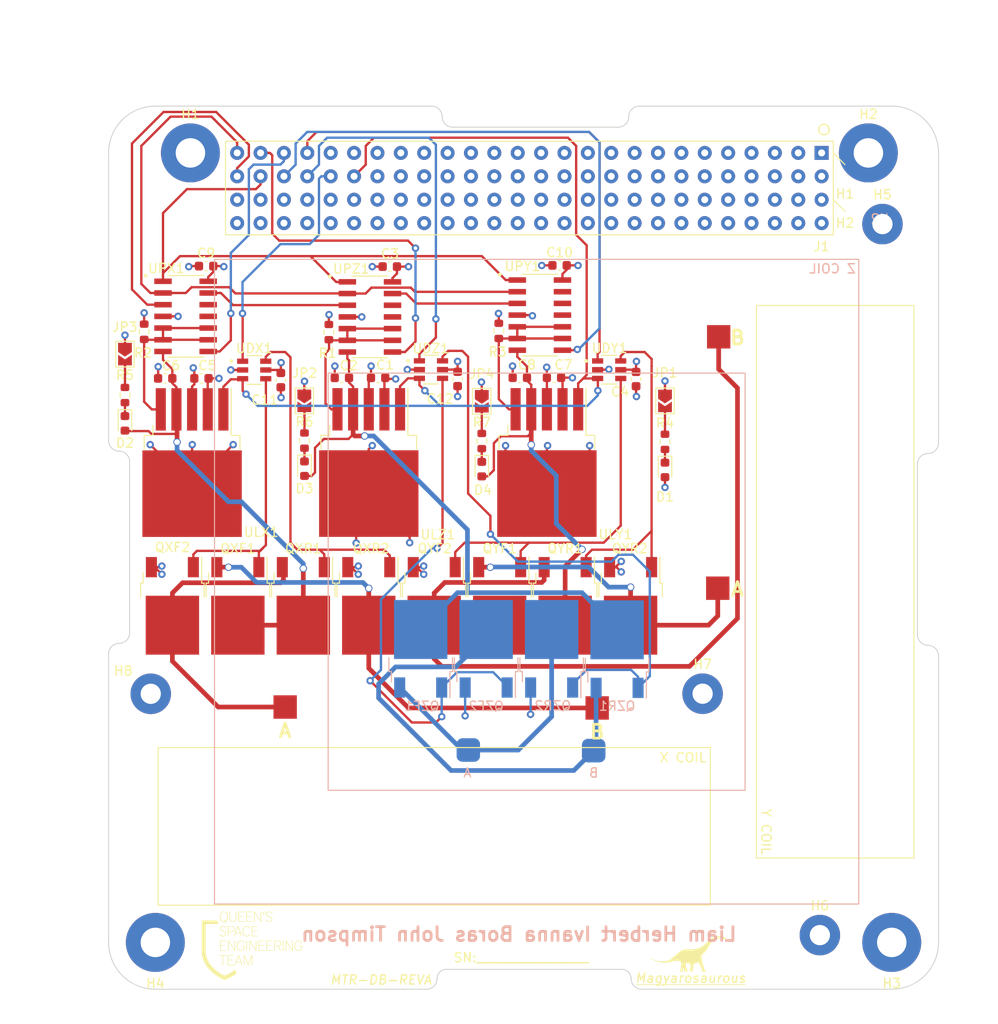
<source format=kicad_pcb>
(kicad_pcb (version 20211014) (generator pcbnew)
  (layers (0 "F.Cu" signal) (1 "In1.Cu" signal "GND.Cu") (2 "In2.Cu" signal "5V.Cu") (31 "B.Cu" signal) (34 "B.Paste" user) (35 "F.Paste" user) (36 "B.SilkS" user "B.Silkscreen") (37 "F.SilkS" user "F.Silkscreen") (38 "B.Mask" user) (39 "F.Mask" user) (44 "Edge.Cuts" user))
  (net 0 "")
  (net 85 "5V")
  (net 86 "GND")
  (net 87 "X_VCOIL")
  (net 88 "Y_VCOIL")
  (net 89 "Z_VCOIL")
  (net 90 "X_COIL_A")
  (net 91 "X_FWD")
  (net 92 "X_COIL_B")
  (net 93 "X_REV")
  (net 94 "Y_COIL_A")
  (net 95 "Y_FWD")
  (net 96 "Y_COIL_B")
  (net 97 "Y_REV")
  (net 98 "Z_COIL_A")
  (net 99 "Z_FWD")
  (net 100 "Z_COIL_B")
  (net 101 "Z_REV")
  (net 102 "X_VADJ")
  (net 103 "Y_VADJ")
  (net 104 "Z_VADJ")
  (net 105 "X_S")
  (net 106 "Enable")
  (net 107 "Y_S")
  (net 108 "Z_S")
  (net 109 "SS")
  (net 110 "SCK")
  (net 111 "SPI")
  (net 112 "X_VCON")
  (net 115 "X_SO")
  (net 116 "Y_VCON")
  (net 117 "Z_VCON")
  (net 126 "Z_SO")
  (net 130 "Net-(D1-Pad1)")
  (net 131 "Net-(D2-Pad1)")
  (net 132 "Net-(D3-Pad1)")
  (net 133 "Net-(D4-Pad1)")
  (net 134 "Net-(R4-Pad2)")
  (net 135 "Net-(R6-Pad2)")
  (net 136 "Net-(R5-Pad2)")
  (net 137 "Net-(R7-Pad2)")
  (footprint "LED_SMD:LED_0603_1608Metric" (layer "F.Cu") (at 169.672 86.487 -90)
    (fp_text reference "D1")
    (fp_text value "ORANGE")
  )
  (footprint "LED_SMD:LED_0603_1608Metric" (layer "F.Cu") (at 110.998 81.4325 -90)
    (fp_text reference "D2")
    (fp_text value "ORANGE")
  )
  (footprint "SN74LVC1G18DBVR:SOT95P280X145-6N" (layer "F.Cu") (at 125.041 75.638)
    (fp_text reference "UDX1")
    (fp_text value "SN74LVC1G18DBVR")
  )
  (footprint "Capacitor_SMD:C_0603_1608Metric" (layer "F.Cu") (at 119.307 76.55 180)
    (fp_text reference "C5")
    (fp_text value "0.1u")
  )
  (footprint "Capacitor_SMD:C_0603_1608Metric" (layer "F.Cu") (at 166.53 76.625 -90)
    (fp_text reference "C4")
    (fp_text value "0.1u")
  )
  (footprint "Package_TO_SOT_SMD:TO-252-2" (layer "F.Cu") (at 165.935 101.25 -90)
    (fp_text reference "QYR2")
    (fp_text value "IRLR120N")
  )
  (footprint "MountingHole:MountingHole_3.2mm_M3_Pad_TopBottom" (layer "F.Cu") (at 191.77 52.07)
    (fp_text reference "H2")
    (fp_text value "MountingHole_Pad")
  )
  (footprint "Package_TO_SOT_SMD:TO-252-2" (layer "F.Cu") (at 116.151 101.25 -90)
    (fp_text reference "QXF2")
    (fp_text value "IRLR120N")
  )
  (footprint "" (layer "F.Cu") (at 148.305 116.907)
    (fp_text reference "")
    (fp_text value "")
  )
  (footprint "Package_TO_SOT_SMD:TO-263-5_TabPin3" (layer "F.Cu") (at 118.291 85.694 -90)
    (fp_text reference "ULX1")
    (fp_text value "MIC29302WU")
  )
  (footprint "Jumper:SolderJumper-2_P1.3mm_Open_TrianglePad1.0x1.5mm" (layer "F.Cu") (at 149.766 79.037 -90)
    (fp_text reference "JP4")
    (fp_text value "SolderJumper_2_Open")
  )
  (footprint "MountingHole:MountingHole_2.2mm_M2_Pad_TopBottom" (layer "F.Cu") (at 113.8 110.8)
    (fp_text reference "H8")
    (fp_text value "MountingHole_Pad")
  )
  (footprint "Package_TO_SOT_SMD:TO-252-2" (layer "F.Cu") (at 151.711 101.25 -90)
    (fp_text reference "QYF1")
    (fp_text value "IRLR120N")
  )
  (footprint "MountingHole:MountingHole_2.2mm_M2_Pad_TopBottom" (layer "F.Cu") (at 173.76 110.79)
    (fp_text reference "H7")
    (fp_text value "MountingHole_Pad")
  )
  (footprint "Resistor_SMD:R_0603_1608Metric" (layer "F.Cu") (at 133.15 71.525 -90)
    (fp_text reference "R1")
    (fp_text value "100k")
  )
  (footprint "MountingHole:MountingHole_3.2mm_M3_Pad_TopBottom" (layer "F.Cu") (at 118.11 52.07)
    (fp_text reference "H1")
    (fp_text value "MountingHole_Pad")
  )
  (footprint "SN74LVC1G18DBVR:SOT95P280X145-6N" (layer "F.Cu") (at 144.2465 75.596)
    (fp_text reference "UDZ1")
    (fp_text value "SN74LVC1G18DBVR")
  )
  (footprint "Package_TO_SOT_SMD:TO-252-2" (layer "F.Cu") (at 123.263 101.25 -90)
    (fp_text reference "QXF1")
    (fp_text value "IRLR120N")
  )
  (footprint "Capacitor_SMD:C_0603_1608Metric" (layer "F.Cu") (at 127.9335 76.739 -90)
    (fp_text reference "C11")
    (fp_text value "0.1u")
  )
  (footprint "Package_TO_SOT_SMD:TO-252-2" (layer "F.Cu") (at 158.823 101.25 -90)
    (fp_text reference "QYR1")
    (fp_text value "IRLR120N")
  )
  (footprint "Package_TO_SOT_SMD:TO-252-2" (layer "F.Cu") (at 130.375 101.25 -90)
    (fp_text reference "QXR1")
    (fp_text value "IRLR120N")
  )
  (footprint "MountingHole:MountingHole_2.2mm_M2_Pad_TopBottom" (layer "F.Cu") (at 193.3 59.8)
    (fp_text reference "H5")
    (fp_text value "MountingHole_Pad")
  )
  (footprint "MountingHole:MountingHole_3.2mm_M3_Pad_TopBottom" (layer "F.Cu") (at 114.3 137.795)
    (fp_text reference "H4")
    (fp_text value "MountingHole_Pad")
  )
  (footprint "Package_TO_SOT_SMD:TO-263-5_TabPin3" (layer "F.Cu") (at 156.84 85.683 -90)
    (fp_text reference "ULY1")
    (fp_text value "MIC29302WU")
  )
  (footprint "Capacitor_SMD:C_0603_1608Metric" (layer "F.Cu") (at 153.9 76.473 180)
    (fp_text reference "C8")
    (fp_text value "10u")
  )
  (footprint "MCP42010-E_SL:SOIC127P600X175-14N" (layer "F.Cu") (at 137.614 69.879)
    (fp_text reference "UPZ1")
    (fp_text value "MCP42010")
  )
  (footprint "Capacitor_SMD:C_0603_1608Metric" (layer "F.Cu") (at 119.815 64.358 180)
    (fp_text reference "C9")
    (fp_text value "0.1u")
  )
  (footprint "CoilFootprints:Front Coils Mount" (layer "F.Cu") (at 196.605 63.635 180)
    (fp_text reference "U1")
    (fp_text value "X/Y_Coils")
  )
  (footprint "Package_TO_SOT_SMD:TO-252-2" (layer "F.Cu") (at 137.487 101.25 -90)
    (fp_text reference "QXR2")
    (fp_text value "IRLR120N")
  )
  (footprint "MCP42010-E_SL:SOIC127P600X175-14N" (layer "F.Cu") (at 156.078 69.681)
    (fp_text reference "UPY1")
    (fp_text value "MCP42010")
  )
  (footprint "Capacitor_SMD:C_0603_1608Metric" (layer "F.Cu") (at 115.37 76.55 180)
    (fp_text reference "C6")
    (fp_text value "10u")
  )
  (footprint "Jumper:SolderJumper-2_P1.3mm_Open_TrianglePad1.0x1.5mm" (layer "F.Cu") (at 110.998 73.914 -90)
    (fp_text reference "JP3")
    (fp_text value "SolderJumper_2_Open")
  )
  (footprint "Capacitor_SMD:C_0603_1608Metric" (layer "F.Cu") (at 139.773 64.413 180)
    (fp_text reference "C3")
    (fp_text value "0.1u")
  )
  (footprint "pc104-connector:pc104-connector" (layer "F.Cu") (at 156.21 54.61 -90)
    (fp_text reference "J1")
    (fp_text value "PC104_Connector")
  )
  (footprint "Resistor_SMD:R_0603_1608Metric" (layer "F.Cu") (at 151.614 71.393 -90)
    (fp_text reference "R3")
    (fp_text value "100k")
  )
  (footprint "LED_SMD:LED_0603_1608Metric" (layer "F.Cu") (at 130.502 86.354 -90)
    (fp_text reference "D3")
    (fp_text value "ORANGE")
  )
  (footprint "Capacitor_SMD:C_0603_1608Metric" (layer "F.Cu") (at 158.218 64.281 180)
    (fp_text reference "C10")
    (fp_text value "0.1u")
  )
  (footprint "Capacitor_SMD:C_0603_1608Metric" (layer "F.Cu") (at 157.612 76.473 180)
    (fp_text reference "C7")
    (fp_text value "0.1u")
  )
  (footprint "Jumper:SolderJumper-2_P1.3mm_Open_TrianglePad1.0x1.5mm" (layer "F.Cu") (at 169.672 78.994 -90)
    (fp_text reference "JP1")
    (fp_text value "SolderJumper_2_Open")
  )
  (footprint "Jumper:SolderJumper-2_P1.3mm_Open_TrianglePad1.0x1.5mm" (layer "F.Cu") (at 130.483 78.988 -90)
    (fp_text reference "JP2")
    (fp_text value "SolderJumper_2_Open")
  )
  (footprint "LED_SMD:LED_0603_1608Metric" (layer "F.Cu") (at 149.766 86.403 -90)
    (fp_text reference "D4")
    (fp_text value "ORANGE")
  )
  (footprint "MountingHole:MountingHole_3.2mm_M3_Pad_TopBottom" (layer "F.Cu") (at 194.31 137.795)
    (fp_text reference "H3")
    (fp_text value "MountingHole_Pad")
  )
  (footprint "Resistor_SMD:R_0603_1608Metric" (layer "F.Cu") (at 149.766 83.355 90)
    (fp_text reference "R7")
    (fp_text value "2k2")
  )
  (footprint "Capacitor_SMD:C_0603_1608Metric" (layer "F.Cu") (at 138.503 76.485 180)
    (fp_text reference "C1")
    (fp_text value "0.1u")
  )
  (footprint "Package_TO_SOT_SMD:TO-252-2" (layer "F.Cu") (at 144.599 101.25 -90)
    (fp_text reference "QYF2")
    (fp_text value "IRLR120N")
  )
  (footprint "Resistor_SMD:R_0603_1608Metric" (layer "F.Cu") (at 113.084 71.489 -90)
    (fp_text reference "R2")
    (fp_text value "100k")
  )
  (footprint "MountingHole:MountingHole_2.2mm_M2_Pad_TopBottom" (layer "F.Cu") (at 186.5 137)
    (fp_text reference "H6")
    (fp_text value "MountingHole_Pad")
  )
  (footprint "Resistor_SMD:R_0603_1608Metric" (layer "F.Cu") (at 110.998 78.359 90)
    (fp_text reference "R5")
    (fp_text value "2k2")
  )
  (footprint "SN74LVC1G18DBVR:SOT95P280X145-6N" (layer "F.Cu") (at 163.609 75.608)
    (fp_text reference "UDY1")
    (fp_text value "SN74LVC1G18DBVR")
  )
  (footprint "Capacitor_SMD:C_0603_1608Metric" (layer "F.Cu") (at 147.139 76.612 -90)
    (fp_text reference "C12")
    (fp_text value "0.1u")
  )
  (footprint "LOGO" (layer "F.Cu") (at 124.841 138.049)
    (fp_text reference "G***")
    (fp_text value "LOGO" hide)
  )
  (footprint "Resistor_SMD:R_0603_1608Metric" (layer "F.Cu") (at 169.672 83.439 90)
    (fp_text reference "R4")
    (fp_text value "2k2")
  )
  (footprint "Package_TO_SOT_SMD:TO-263-5_TabPin3" (layer "F.Cu") (at 137.487 85.683 -90)
    (fp_text reference "ULZ1")
    (fp_text value "MIC29302WU")
  )
  (footprint "" (layer "F.Cu") (at 161.925 116.967)
    (fp_text reference "")
    (fp_text value "")
  )
  (footprint "Capacitor_SMD:C_0603_1608Metric" (layer "F.Cu") (at 134.566 76.485 180)
    (fp_text reference "C2")
    (fp_text value "10u")
  )
  (footprint "MCP42010-E_SL:SOIC127P600X175-14N" (layer "F.Cu") (at 117.5855 69.819)
    (fp_text reference "UPX1")
    (fp_text value "MCP42010")
  )
  (footprint "LOGO" (layer "F.Cu") (at 171.956441 139.107345)
    (fp_text reference "G***")
    (fp_text value "LOGO" hide)
  )
  (footprint "Resistor_SMD:R_0603_1608Metric" (layer "F.Cu") (at 130.502 83.306 90)
    (fp_text reference "R6")
    (fp_text value "2k2")
  )
  (footprint "Package_TO_SOT_SMD:TO-252-2" (layer "B.Cu") (at 143.129 105.918 90)
    (fp_text reference "QZF1")
    (fp_text value "IRLR120N")
  )
  (footprint "Package_TO_SOT_SMD:TO-252-2" (layer "B.Cu") (at 157.355 105.918 90)
    (fp_text reference "QZR2")
    (fp_text value "IRLR120N")
  )
  (footprint "Package_TO_SOT_SMD:TO-252-2" (layer "B.Cu") (at 164.467 105.953 90)
    (fp_text reference "QZR1")
    (fp_text value "IRLR120N")
  )
  (footprint "MCP42010-E_SL:ZCoil" (layer "B.Cu") (at 190.725 63.627 180)
    (fp_text reference "U2")
    (fp_text value "Z_Coil")
  )
  (footprint "Package_TO_SOT_SMD:TO-252-2" (layer "B.Cu") (at 150.241 105.918 90)
    (fp_text reference "QZF2")
    (fp_text value "IRLR120N")
  )
  (gr_circle (center 186.944 49.53) (end 187.452 49.276) (layer "F.SilkS") (width 0.15) (fill none))
  (gr_line (start 166.566 142.367) (end 178.366 142.367) (layer "F.SilkS") (width 0.08))
  (gr_arc (start 109.22 52.07) (mid 110.707898 48.477898) (end 114.3 46.99) (layer "Edge.Cuts") (width 0.1))
  (gr_arc (start 144.318223 46.99) (mid 145.126446 47.324777) (end 145.461223 48.133) (layer "Edge.Cuts") (width 0.1))
  (gr_line (start 199.39 83.566) (end 199.39 52.07) (layer "Edge.Cuts") (width 0.1))
  (gr_arc (start 110.363 84.455) (mid 111.171223 84.789777) (end 111.506 85.598) (layer "Edge.Cuts") (width 0.1))
  (gr_arc (start 109.22 106.472223) (mid 109.554777 105.664) (end 110.363 105.329223) (layer "Edge.Cuts") (width 0.1))
  (gr_line (start 146.604223 49.276) (end 164.592 49.276) (layer "Edge.Cuts") (width 0.1))
  (gr_arc (start 199.39 137.795) (mid 197.902102 141.387102) (end 194.31 142.875) (layer "Edge.Cuts") (width 0.1))
  (gr_arc (start 199.39 83.566) (mid 199.055223 84.374223) (end 198.247 84.709) (layer "Edge.Cuts") (width 0.1))
  (gr_line (start 114.3 46.99) (end 144.318223 46.99) (layer "Edge.Cuts") (width 0.1))
  (gr_line (start 109.22 106.472223) (end 109.22 137.795) (layer "Edge.Cuts") (width 0.1))
  (gr_arc (start 165.735 48.133) (mid 165.400223 48.941223) (end 164.592 49.276) (layer "Edge.Cuts") (width 0.1))
  (gr_arc (start 197.104 85.852) (mid 197.438777 85.043777) (end 198.247 84.709) (layer "Edge.Cuts") (width 0.1))
  (gr_arc (start 165.735 48.133) (mid 166.069777 47.324777) (end 166.878 46.99) (layer "Edge.Cuts") (width 0.1))
  (gr_line (start 166.878 46.99) (end 194.31 46.99) (layer "Edge.Cuts") (width 0.1))
  (gr_arc (start 167.132 142.875) (mid 166.323777 142.540223) (end 165.989 141.732) (layer "Edge.Cuts") (width 0.1))
  (gr_arc (start 198.248223 105.534777) (mid 197.439849 105.201365) (end 197.104 104.394) (layer "Edge.Cuts") (width 0.1))
  (gr_line (start 167.132 142.875) (end 194.31 142.875) (layer "Edge.Cuts") (width 0.1))
  (gr_line (start 197.104 104.394) (end 197.104 85.852) (layer "Edge.Cuts") (width 0.1))
  (gr_line (start 199.39 137.795) (end 199.39 106.68) (layer "Edge.Cuts") (width 0.1))
  (gr_line (start 114.3 142.875) (end 143.764 142.875) (layer "Edge.Cuts") (width 0.1))
  (gr_line (start 145.923 140.716) (end 164.973 140.716) (layer "Edge.Cuts") (width 0.1))
  (gr_arc (start 144.907 141.732) (mid 145.20458 141.01358) (end 145.923 140.716) (layer "Edge.Cuts") (width 0.1))
  (gr_arc (start 164.973 140.716) (mid 165.69142 141.01358) (end 165.989 141.732) (layer "Edge.Cuts") (width 0.1))
  (gr_arc (start 144.907 141.732) (mid 144.572223 142.540223) (end 143.764 142.875) (layer "Edge.Cuts") (width 0.1))
  (gr_arc (start 198.247 105.537) (mid 199.055223 105.871777) (end 199.39 106.68) (layer "Edge.Cuts") (width 0.1))
  (gr_arc (start 146.604223 49.276) (mid 145.796 48.941223) (end 145.461223 48.133) (layer "Edge.Cuts") (width 0.1))
  (gr_line (start 111.506 85.598) (end 111.506 104.186223) (layer "Edge.Cuts") (width 0.1))
  (gr_arc (start 111.506 104.186223) (mid 111.171223 104.994446) (end 110.363 105.329223) (layer "Edge.Cuts") (width 0.1))
  (gr_line (start 109.22 52.07) (end 109.22 83.312) (layer "Edge.Cuts") (width 0.1))
  (gr_arc (start 114.3 142.875) (mid 110.707898 141.387102) (end 109.22 137.795) (layer "Edge.Cuts") (width 0.1))
  (gr_arc (start 194.31 46.99) (mid 197.902102 48.477898) (end 199.39 52.07) (layer "Edge.Cuts") (width 0.1))
  (gr_arc (start 110.363 84.455) (mid 109.554777 84.120223) (end 109.22 83.312) (layer "Edge.Cuts") (width 0.1))
  (gr_text "Liam Herbert Ivanna Boras John Timpson\n" (at 153.797 136.906) (layer "B.SilkS") (effects (font (size 1.5 1.5) (thickness 0.3)) (justify mirror)))
  (gr_text "A" (at 148.209 119.38) (layer "B.SilkS") (effects (font (size 1 1)) (justify mirror)))
  (gr_text "B" (at 161.925 119.38) (layer "B.SilkS") (effects (font (size 1 1)) (justify mirror)))
  (gr_text "Magyarosaurous\n" (at 166.366 141.667) (layer "F.SilkS") (effects (font (size 1 1) (thickness 0.15) italic) (justify left)))
  (gr_text "A" (at 128.397 114.808) (layer "F.SilkS") (effects (font (size 1.5 1.5) (thickness 0.3))))
  (gr_text "MTR-DB-REVA" (at 133.223 141.859) (layer "F.SilkS") (effects (font (size 1 1) (thickness 0.15) italic) (justify left)))
  (gr_text "B" (at 177.546 72.136) (layer "F.SilkS") (effects (font (size 1.5 1.5) (thickness 0.3))))
  (gr_text "A" (at 177.546 99.441) (layer "F.SilkS") (effects (font (size 1.5 1.5) (thickness 0.3))))
  (gr_text "B" (at 162.306 114.935) (layer "F.SilkS") (effects (font (size 1.5 1.5) (thickness 0.3))))
  (gr_text "SN:________________" (at 154.051 139.446) (layer "F.SilkS") (effects (font (size 1 1))))
  (segment (start 158.993 64.281) (end 158.993 64.758) (width 0.254) (layer "F.Cu") (net 85))
  (segment (start 158.315 76.545) (end 158.387 76.473) (width 0.254) (layer "F.Cu") (net 85))
  (segment (start 127.9205 75.638) (end 127.9335 75.651) (width 0.254) (layer "F.Cu") (net 85))
  (segment (start 169.672 87.2745) (end 169.672 88.392) (width 0.254) (layer "F.Cu") (net 85))
  (segment (start 126.296 75.638) (end 127.9205 75.638) (width 0.254) (layer "F.Cu") (net 85))
  (segment (start 139.187 76.696) (end 139.187 79.908) (width 0.254) (layer "F.Cu") (net 85))
  (segment (start 145.5015 75.596) (end 147.126 75.596) (width 0.254) (layer "F.Cu") (net 85))
  (segment (start 120.596 64.364) (end 120.59 64.358) (width 0.254) (layer "F.Cu") (net 85))
  (segment (start 147.139 75.837) (end 147.139 74.707) (width 0.254) (layer "F.Cu") (net 85))
  (segment (start 120.0405 65.547) (end 120.596 64.9915) (width 0.254) (layer "F.Cu") (net 85))
  (segment (start 121.677 64.358) (end 121.739 64.42) (width 0.254) (layer "F.Cu") (net 85))
  (segment (start 127.9335 75.964) (end 127.9335 74.8625) (width 0.254) (layer "F.Cu") (net 85))
  (segment (start 166.53 75.85) (end 166.53 74.747) (width 0.254) (layer "F.Cu") (net 85))
  (segment (start 127.9335 74.8625) (end 127.962 74.834) (width 0.254) (layer "F.Cu") (net 85))
  (segment (start 147.126 75.596) (end 147.139 75.609) (width 0.254) (layer "F.Cu") (net 85))
  (segment (start 140.401 76.605) (end 140.408 76.612) (width 0.254) (layer "F.Cu") (net 85))
  (segment (start 158.387 76.473) (end 159.602 76.473) (width 0.254) (layer "F.Cu") (net 85))
  (segment (start 158.54 79.908) (end 158.54 76.545) (width 0.254) (layer "F.Cu") (net 85))
  (segment (start 120.59 64.358) (end 121.677 64.358) (width 0.254) (layer "F.Cu") (net 85))
  (segment (start 120.596 64.9915) (end 120.596 64.364) (width 0.254) (layer "F.Cu") (net 85))
  (segment (start 164.864 75.608) (end 166.288 75.608) (width 0.254) (layer "F.Cu") (net 85))
  (segment (start 158.993 64.281) (end 160.208 64.281) (width 0.254) (layer "F.Cu") (net 85))
  (segment (start 158.993 64.758) (end 158.533 65.218) (width 0.254) (layer "F.Cu") (net 85))
  (segment (start 119.991 76.586) (end 119.991 79.919) (width 0.254) (layer "F.Cu") (net 85))
  (segment (start 140.069 65.648) (end 140.069 66.069) (width 0.254) (layer "F.Cu") (net 85))
  (segment (start 140.548 64.413) (end 141.798 64.413) (width 0.254) (layer "F.Cu") (net 85))
  (segment (start 158.533 65.218) (end 158.533 65.871) (width 0.254) (layer "F.Cu") (net 85))
  (segment (start 120.082 76.55) (end 120.118 76.586) (width 0.254) (layer "F.Cu") (net 85))
  (segment (start 166.53 74.747) (end 166.57 74.707) (width 0.254) (layer "F.Cu") (net 85))
  (segment (start 159.602 76.473) (end 159.614 76.485) (width 0.254) (layer "F.Cu") (net 85))
  (segment (start 140.548 64.413) (end 140.548 65.169) (width 0.254) (layer "F.Cu") (net 85))
  (segment (start 166.288 75.608) (end 166.53 75.85) (width 0.254) (layer "F.Cu") (net 85))
  (segment (start 120.082 76.55) (end 121.212 76.55) (width 0.254) (layer "F.Cu") (net 85))
  (segment (start 160.208 64.281) (end 160.22 64.293) (width 0.254) (layer "F.Cu") (net 85))
  (segment (start 140.548 65.169) (end 140.069 65.648) (width 0.254) (layer "F.Cu") (net 85))
  (segment (start 141.798 64.413) (end 141.805 64.42) (width 0.254) (layer "F.Cu") (net 85))
  (segment (start 139.278 76.605) (end 139.187 76.696) (width 0.254) (layer "F.Cu") (net 85))
  (segment (start 120.0405 66.009) (end 120.0405 65.547) (width 0.254) (layer "F.Cu") (net 85))
  (segment (start 139.278 76.605) (end 140.401 76.605) (width 0.254) (layer "F.Cu") (net 85))
  (via (at 169.672 88.392) (size 0.8) (drill 0.4) (layers "F.Cu" "B.Cu") (net 85))
  (via (at 160.22 64.293) (size 0.8) (drill 0.4) (layers "F.Cu" "B.Cu") (net 85))
  (via (at 121.212 76.55) (size 0.8) (drill 0.4) (layers "F.Cu" "B.Cu") (net 85))
  (via (at 127.962 74.834) (size 0.8) (drill 0.4) (layers "F.Cu" "B.Cu") (net 85))
  (via (at 166.57 74.707) (size 0.8) (drill 0.4) (layers "F.Cu" "B.Cu") (net 85))
  (via (at 141.805 64.42) (size 0.8) (drill 0.4) (layers "F.Cu" "B.Cu") (net 85))
  (via (at 159.614 76.485) (size 0.8) (drill 0.4) (layers "F.Cu" "B.Cu") (net 85))
  (via (at 121.739 64.42) (size 0.8) (drill 0.4) (layers "F.Cu" "B.Cu") (net 85))
  (via (at 140.408 76.612) (size 0.8) (drill 0.4) (layers "F.Cu" "B.Cu") (net 85))
  (via (at 147.139 74.707) (size 0.8) (drill 0.4) (layers "F.Cu" "B.Cu") (net 85))
  (segment (start 156.615 76.695) (end 156.837 76.473) (width 0.254) (layer "F.Cu") (net 86))
  (segment (start 135.159 69.879) (end 136.723 69.879) (width 0.254) (layer "F.Cu") (net 86))
  (segment (start 114.237 97.05) (end 113.871 97.05) (width 0.254) (layer "F.Cu") (net 86))
  (segment (start 137.728 75.228) (end 137.728 76.605) (width 0.254) (layer "F.Cu") (net 86))
  (segment (start 155.194 69.681) (end 155.267 69.754) (width 0.254) (layer "F.Cu") (net 86))
  (segment (start 137.741 75.215) (end 137.728 75.228) (width 0.254) (layer "F.Cu") (net 86))
  (segment (start 137.728 76.605) (end 137.487 76.846) (width 0.254) (layer "F.Cu") (net 86))
  (segment (start 156.295 64.281) (end 156.283 64.293) (width 0.254) (layer "F.Cu") (net 86))
  (segment (start 114.608 75.28) (end 114.608 76.537) (width 0.254) (layer "F.Cu") (net 86))
  (segment (start 161.49 84.408) (end 161.49 83.851) (width 0.254) (layer "F.Cu") (net 86))
  (segment (start 157.443 64.281) (end 156.295 64.281) (width 0.254) (layer "F.Cu") (net 86))
  (segment (start 118.291 89.069) (end 118.291 88.3) (width 0.254) (layer "F.Cu") (net 86))
  (segment (start 156.84 89.058) (end 152.346 84.564) (width 0.254) (layer "F.Cu") (net 86))
  (segment (start 137.487 76.846) (end 137.487 79.908) (width 0.254) (layer "F.Cu") (net 86))
  (segment (start 156.84 89.058) (end 161.49 84.408) (width 0.254) (layer "F.Cu") (net 86))
  (segment (start 142.9915 75.596) (end 141.678 75.596) (width 0.254) (layer "F.Cu") (net 86))
  (segment (start 115.008 97.821) (end 114.237 97.05) (width 0.254) (layer "F.Cu") (net 86))
  (segment (start 143.338 97.05) (end 142.319 97.05) (width 0.254) (layer "F.Cu") (net 86))
  (segment (start 136.226 97.05) (end 135.207 97.05) (width 0.254) (layer "F.Cu") (net 86))
  (segment (start 118.291 79.919) (end 118.291 77.439) (width 0.254) (layer "F.Cu") (net 86))
  (segment (start 133.15 70.7) (end 133.15 69.646) (width 0.254) (layer "F.Cu") (net 86))
  (segment (start 123.786 75.638) (end 122.501 75.638) (width 0.254) (layer "F.Cu") (net 86))
  (segment (start 137.487 89.058) (end 132.915 84.486) (width 0.254) (layer "F.Cu") (net 86))
  (segment (start 153.125 76.473) (end 153.125 75.232) (width 0.254) (layer "F.Cu") (net 86))
  (segment (start 156.84 79.908) (end 156.84 76.695) (width 0.254) (layer "F.Cu") (net 86))
  (segment (start 117.991 64.358) (end 117.929 64.42) (width 0.254) (layer "F.Cu") (net 86))
  (segment (start 136.119827 90.425173) (end 136.119827 94.4275) (width 0.254) (layer "F.Cu") (net 86))
  (segment (start 118.418 75.407) (end 118.532 75.521) (width 0.254) (layer "F.Cu") (net 86))
  (segment (start 142.685 97.05) (end 142.319 97.05) (width 0.254) (layer "F.Cu") (net 86))
  (segment (start 141.678 93.503) (end 141.932 93.757) (width 0.254) (layer "F.Cu") (net 86))
  (segment (start 147.139 77.387) (end 147.139 78.517) (width 0.254) (layer "F.Cu") (net 86))
  (segment (start 137.875 64.413) (end 137.868 64.42) (width 0.254) (layer "F.Cu") (net 86))
  (segment (start 136.344 97.821) (end 135.573 97.05) (width 0.254) (layer "F.Cu") (net 86))
  (segment (start 118.291 89.069) (end 118.291 88.211) (width 0.254) (layer "F.Cu") (net 86))
  (segment (start 163.655 97.05) (end 164.402 97.05) (width 0.254) (layer "F.Cu") (net 86))
  (segment (start 153.125 75.232) (end 153.108 75.215) (width 0.254) (layer "F.Cu") (net 86))
  (segment (start 137.487 89.312) (end 141.678 93.503) (width 0.254) (layer "F.Cu") (net 86))
  (segment (start 163.655 97.05) (end 164.293 97.05) (width 0.254) (layer "F.Cu") (net 86))
  (segment (start 143.456 97.821) (end 142.685 97.05) (width 0.254) (layer "F.Cu") (net 86))
  (segment (start 136.723 69.879) (end 136.725 69.881) (width 0.254) (layer "F.Cu") (net 86))
  (segment (start 137.487 89.058) (end 136.119827 90.425173) (width 0.254) (layer "F.Cu") (net 86))
  (segment (start 114.608 76.537) (end 114.595 76.55) (width 0.254) (layer "F.Cu") (net 86))
  (segment (start 133.804 75.215) (end 133.791 75.228) (width 0.254) (layer "F.Cu") (net 86))
  (segment (start 130.483 76.885) (end 130.502 76.866) (width 0.254) (layer "F.Cu") (net 86))
  (segment (start 143.456 96.932) (end 143.338 97.05) (width 0.254) (layer "F.Cu") (net 86))
  (segment (start 118.532 75.521) (end 118.532 76.55) (width 0.254) (layer "F.Cu") (net 86))
  (segment (start 136.344 96.932) (end 136.226 97.05) (width 0.254) (layer "F.Cu") (net 86))
  (segment (start 149.766 78.312) (end 149.766 76.989) (width 0.254) (layer "F.Cu") (net 86))
  (segment (start 166.53 77.4) (end 166.53 78.477) (width 0.254) (layer "F.Cu") (net 86))
  (segment (start 156.84 83.929) (end 156.918 83.851) (width 0.254) (layer "F.Cu") (net 86))
  (segment (start 118.291 89.069) (end 118.291 83.766) (width 0.254) (layer "F.Cu") (net 86))
  (segment (start 166.53 78.477) (end 166.57 78.517) (width 0.254) (layer "F.Cu") (net 86))
  (segment (start 137.487 89.058) (end 141.932 84.613) (width 0.254) (layer "F.Cu") (net 86))
  (segment (start 118.545 76.563) (end 118.532 76.55) (width 0.254) (layer "F.Cu") (net 86))
  (segment (start 127.9335 78.6155) (end 127.962 78.644) (width 0.254) (layer "F.Cu") (net 86))
  (segment (start 133.15 69.646) (end 133.169 69.627) (width 0.254) (layer "F.Cu") (net 86))
  (segment (start 164.402 97.05) (end 164.919 97.567) (width 0.254) (layer "F.Cu") (net 86))
  (segment (start 163.533 75.608) (end 163.576 75.565) (width 0.254) (layer "F.Cu") (net 86))
  (segment (start 156.837 76.473) (end 156.837 75.359) (width 0.254) (layer "F.Cu") (net 86))
  (segment (start 113.084 70.518) (end 113.084 69.565) (width 0.254) (layer "F.Cu") (net 86))
  (segment (start 137.487 89.058) (end 137.487 89.312) (width 0.254) (layer "F.Cu") (net 86))
  (segment (start 149.766 76.989) (end 149.728 76.951) (width 0.254) (layer "F.Cu") (net 86))
  (segment (start 118.291 83.766) (end 118.31 83.747) (width 0.254) (layer "F.Cu") (net 86))
  (segment (start 156.84 89.058) (end 156.84 83.929) (width 0.254) (layer "F.Cu") (net 86))
  (segment (start 118.291 88.3) (end 113.738 83.747) (width 0.254) (layer "F.Cu") (net 86))
  (segment (start 141.932 93.757) (end 141.932 94.392) (width 0.254) (layer "F.Cu") (net 86))
  (segment (start 115.008 96.932) (end 114.89 97.05) (width 0.254) (layer "F.Cu") (net 86))
  (segment (start 162.354 75.608) (end 163.533 75.608) (width 0.254) (layer "F.Cu") (net 86))
  (segment (start 164.293 97.05) (end 164.919 96.424) (width 0.254) (layer "F.Cu") (net 86))
  (segment (start 118.291 88.211) (end 122.755 83.747) (width 0.254) (layer "F.Cu") (net 86))
  (segment (start 138.998 64.413) (end 137.875 64.413) (width 0.254) (layer "F.Cu") (net 86))
  (segment (start 169.672 78.269) (end 169.672 76.835) (width 0.254) (layer "F.Cu") (net 86))
  (segment (start 118.532 76.55) (end 118.418 76.664) (width 0.254) (layer "F.Cu") (net 86))
  (segment (start 118.291 77.439) (end 118.545 77.185) (width 0.254) (layer "F.Cu") (net 86))
  (segment (start 110.998 73.189) (end 110.998 71.859) (width 0.254) (layer "F.Cu") (net 86))
  (segment (start 130.483 78.263) (end 130.483 76.885) (width 0.254) (layer "F.Cu") (net 86))
  (segment (start 151.614 69.53) (end 151.584 69.5) (width 0.254) (layer "F.Cu") (net 86))
  (segment (start 115.1305 69.819) (end 116.767 69.819) (width 0.254) (layer "F.Cu") (net 86))
  (segment (start 152.346 84.564) (end 152.346 83.851) (width 0.254) (layer "F.Cu") (net 86))
  (segment (start 114.89 97.05) (end 113.871 97.05) (width 0.254) (layer "F.Cu") (net 86))
  (segment (start 151.614 70.568) (end 151.614 69.53) (width 0.254) (layer "F.Cu") (net 86))
  (segment (start 137.487 89.058) (end 137.487 84.232) (width 0.254) (layer "F.Cu") (net 86))
  (segment (start 133.791 75.228) (end 133.791 76.605) (width 0.254) (layer "F.Cu") (net 86))
  (segment (start 137.487 84.232) (end 137.868 83.851) (width 0.254) (layer "F.Cu") (net 86))
  (segment (start 135.573 97.05) (end 135.207 97.05) (width 0.254) (layer "F.Cu") (net 86))
  (segment (start 118.545 77.185) (end 118.545 76.563) (width 0.254) (layer "F.Cu") (net 86))
  (segment (start 156.837 75.359) (end 156.82 75.342) (width 0.254) (layer "F.Cu") (net 86))
  (segment (start 127.9335 77.514) (end 127.9335 78.6155) (width 0.254) (layer "F.Cu") (net 86))
  (segment (start 153.623 69.681) (end 155.194 69.681) (width 0.254) (layer "F.Cu") (net 86))
  (segment (start 119.04 64.358) (end 117.991 64.358) (width 0.254) (layer "F.Cu") (net 86))
  (segment (start 113.084 69.565) (end 113.084 69.438) (width 0.254) (layer "F.Cu") (net 86))
  (via (at 113.738 83.747) (size 0.8) (drill 0.4) (layers "F.Cu" "B.Cu") (net 86))
  (via (at 153.108 75.215) (size 0.8) (drill 0.4) (layers "F.Cu" "B.Cu") (net 86))
  (via (at 122.755 83.747) (size 0.8) (drill 0.4) (layers "F.Cu" "B.Cu") (net 86))
  (via (at 155.267 69.754) (size 0.8) (drill 0.4) (layers "F.Cu" "B.Cu") (net 86))
  (via (at 137.741 75.215) (size 0.8) (drill 0.4) (layers "F.Cu" "B.Cu") (net 86))
  (via (at 130.502 76.866) (size 0.8) (drill 0.4) (layers "F.Cu" "B.Cu") (net 86))
  (via (at 156.283 64.293) (size 0.8) (drill 0.4) (layers "F.Cu" "B.Cu") (net 86))
  (via (at 115.008 96.932) (size 0.8) (drill 0.4) (layers "F.Cu" "B.Cu") (net 86))
  (via (at 156.918 83.851) (size 0.8) (drill 0.4) (layers "F.Cu" "B.Cu") (net 86))
  (via (at 127.962 78.644) (size 0.8) (drill 0.4) (layers "F.Cu" "B.Cu") (net 86))
  (via (at 116.767 69.819) (size 0.8) (drill 0.4) (layers "F.Cu" "B.Cu") (net 86))
  (via (at 156.82 75.342) (size 0.8) (drill 0.4) (layers "F.Cu" "B.Cu") (net 86))
  (via (at 141.678 75.596) (size 0.8) (drill 0.4) (layers "F.Cu" "B.Cu") (net 86))
  (via (at 113.084 69.438) (size 0.8) (drill 0.4) (layers "F.Cu" "B.Cu") (net 86))
  (via (at 136.344 96.932) (size 0.8) (drill 0.4) (layers "F.Cu" "B.Cu") (net 86))
  (via (at 164.919 96.424) (size 0.8) (drill 0.4) (layers "F.Cu" "B.Cu") (net 86))
  (via (at 149.728 76.951) (size 0.8) (drill 0.4) (layers "F.Cu" "B.Cu") (net 86))
  (via (at 169.672 76.835) (size 0.8) (drill 0.4) (layers "F.Cu" "B.Cu") (net 86))
  (via (at 115.008 97.821) (size 0.8) (drill 0.4) (layers "F.Cu" "B.Cu") (net 86))
  (via (at 163.576 75.565) (size 0.8) (drill 0.4) (layers "F.Cu" "B.Cu") (net 86))
  (via (at 143.456 96.932) (size 0.8) (drill 0.4) (layers "F.Cu" "B.Cu") (net 86))
  (via (at 161.49 83.851) (size 0.8) (drill 0.4) (layers "F.Cu" "B.Cu") (net 86))
  (via (at 152.346 83.851) (size 0.8) (drill 0.4) (layers "F.Cu" "B.Cu") (net 86))
  (via (at 147.139 78.517) (size 0.8) (drill 0.4) (layers "F.Cu" "B.Cu") (net 86))
  (via (at 110.998 71.859) (size 0.8) (drill 0.4) (layers "F.Cu" "B.Cu") (net 86))
  (via (at 147.955 113.1885) (size 0.8) (drill 0.4) (layers "F.Cu" "B.Cu") (net 86))
  (via (at 141.932 94.392) (size 0.8) (drill 0.4) (layers "F.Cu" "B.Cu") (net 86))
  (via (at 133.169 69.627) (size 0.8) (drill 0.4) (layers "F.Cu" "B.Cu") (net 86))
  (via (at 136.119827 94.4275) (size 0.8) (drill 0.4) (layers "F.Cu" "B.Cu") (net 86))
  (via (at 118.31 83.747) (size 0.8) (drill 0.4) (layers "F.Cu" "B.Cu") (net 86))
  (via (at 114.608 75.28) (size 0.8) (drill 0.4) (layers "F.Cu" "B.Cu") (net 86))
  (via (at 155.067 113.03) (size 0.8) (drill 0.4) (layers "F.Cu" "B.Cu") (net 86))
  (via (at 137.868 83.851) (size 0.8) (drill 0.4) (layers "F.Cu" "B.Cu") (net 86))
  (via (at 143.456 97.821) (size 0.8) (drill 0.4) (layers "F.Cu" "B.Cu") (net 86))
  (via (at 133.804 75.215) (size 0.8) (drill 0.4) (layers "F.Cu" "B.Cu") (net 86))
  (via (at 122.501 75.638) (size 0.8) (drill 0.4) (layers "F.Cu" "B.Cu") (net 86))
  (via (at 164.919 97.567) (size 0.8) (drill 0.4) (layers "F.Cu" "B.Cu") (net 86))
  (via (at 151.584 69.5) (size 0.8) (drill 0.4) (layers "F.Cu" "B.Cu") (net 86))
  (via (at 137.868 64.42) (size 0.8) (drill 0.4) (layers "F.Cu" "B.Cu") (net 86))
  (via (at 136.725 69.881) (size 0.8) (drill 0.4) (layers "F.Cu" "B.Cu") (net 86))
  (via (at 118.418 75.407) (size 0.8) (drill 0.4) (layers "F.Cu" "B.Cu") (net 86))
  (via (at 136.344 97.821) (size 0.8) (drill 0.4) (layers "F.Cu" "B.Cu") (net 86))
  (via (at 117.929 64.42) (size 0.8) (drill 0.4) (layers "F.Cu" "B.Cu") (net 86))
  (via (at 166.57 78.517) (size 0.8) (drill 0.4) (layers "F.Cu" "B.Cu") (net 86))
  (segment (start 147.955 113.1885) (end 147.955 111.518) (width 0.25) (layer "B.Cu") (net 86))
  (segment (start 155.075 113.022) (end 155.067 113.03) (width 0.25) (layer "B.Cu") (net 86))
  (segment (start 155.075 110.118) (end 155.075 113.022) (width 0.25) (layer "B.Cu") (net 86))
  (segment (start 147.961 111.512) (end 147.961 110.118) (width 0.25) (layer "B.Cu") (net 86))
  (segment (start 147.955 111.518) (end 147.961 111.512) (width 0.25) (layer "B.Cu") (net 86))
  (segment (start 111.051 82.273) (end 113.567866 82.273) (width 0.254) (layer "F.Cu") (net 87))
  (segment (start 113.567866 82.273) (end 113.875866 82.581) (width 0.254) (layer "F.Cu") (net 87))
  (segment (start 116.145 76.55) (end 116.145 77.071) (width 0.254) (layer "F.Cu") (net 87))
  (segment (start 115.1305 74.5325) (end 116.145 75.547) (width 0.254) (layer "F.Cu") (net 87))
  (segment (start 130.375 97.186) (end 130.375 103.35) (width 0.508) (layer "F.Cu") (net 87))
  (segment (start 116.591 77.517) (end 116.591 79.919) (width 0.254) (layer "F.Cu") (net 87))
  (segment (start 123.263 103.35) (end 130.375 103.35) (width 0.508) (layer "F.Cu") (net 87))
  (segment (start 116.659 82.581) (end 116.659 79.987) (width 0.508) (layer "F.Cu") (net 87))
  (segment (start 116.145 77.071) (end 116.591 77.517) (width 0.254) (layer "F.Cu") (net 87))
  (segment (start 110.998 82.22) (end 111.051 82.273) (width 0.254) (layer "F.Cu") (net 87))
  (segment (start 116.145 75.547) (end 116.145 76.55) (width 0.254) (layer "F.Cu") (net 87))
  (segment (start 113.875866 82.581) (end 116.659 82.581) (width 0.254) (layer "F.Cu") (net 87))
  (segment (start 116.659 83.47) (end 116.659 82.581) (width 0.508) (layer "F.Cu") (net 87))
  (segment (start 116.659 79.987) (end 116.591 79.919) (width 0.508) (layer "F.Cu") (net 87))
  (segment (start 115.1305 73.629) (end 115.1305 74.5325) (width 0.254) (layer "F.Cu") (net 87))
  (via (at 116.659 83.47) (size 0.8) (drill 0.6) (layers "F.Cu" "B.Cu") (net 87))
  (via (at 130.375 97.186) (size 0.8) (drill 0.6) (layers "F.Cu" "B.Cu") (net 87))
  (segment (start 130.375 97.186) (end 130.375 96.678) (width 0.508) (layer "B.Cu") (net 87))
  (segment (start 130.375 96.678) (end 123.644 89.947) (width 0.508) (layer "B.Cu") (net 87))
  (segment (start 123.644 89.947) (end 122.247 89.947) (width 0.508) (layer "B.Cu") (net 87))
  (segment (start 122.247 89.947) (end 116.659 84.359) (width 0.508) (layer "B.Cu") (net 87))
  (segment (start 116.659 84.359) (end 116.659 83.47) (width 0.508) (layer "B.Cu") (net 87))
  (segment (start 155.14 77.247) (end 155.14 79.908) (width 0.254) (layer "F.Cu") (net 88))
  (segment (start 155.14 82.454) (end 154.759 82.835) (width 0.254) (layer "F.Cu") (net 88))
  (segment (start 154.759 82.835) (end 151.838 82.835) (width 0.254) (layer "F.Cu") (net 88))
  (segment (start 151.076 86.518) (end 150.4035 87.1905) (width 0.254) (layer "F.Cu") (net 88))
  (segment (start 155.14 83.758498) (end 155.14 79.908) (width 0.508) (layer "F.Cu") (net 88))
  (segment (start 153.623 74.192) (end 153.616 74.199) (width 0.254) (layer "F.Cu") (net 88))
  (segment (start 151.076 83.597) (end 151.076 86.518) (width 0.254) (layer "F.Cu") (net 88))
  (segment (start 151.838 82.835) (end 151.076 83.597) (width 0.254) (layer "F.Cu") (net 88))
  (segment (start 150.4035 87.1905) (end 149.766 87.1905) (width 0.254) (layer "F.Cu") (net 88))
  (segment (start 155.14 79.908) (end 155.14 82.454) (width 0.254) (layer "F.Cu") (net 88))
  (segment (start 154.675 76.782) (end 155.14 77.247) (width 0.254) (layer "F.Cu") (net 88))
  (segment (start 153.616 74.199) (end 154.675 75.258) (width 0.254) (layer "F.Cu") (net 88))
  (segment (start 154.675 75.258) (end 154.675 76.473) (width 0.254) (layer "F.Cu") (net 88))
  (segment (start 158.823 96.9505) (end 160.655 95.1185) (width 0.508) (layer "F.Cu") (net 88))
  (segment (start 154.675 76.473) (end 154.675 76.782) (width 0.254) (layer "F.Cu") (net 88))
  (segment (start 151.711 103.35) (end 158.823 103.35) (width 0.508) (layer "F.Cu") (net 88))
  (segment (start 153.623 73.491) (end 153.623 74.192) (width 0.254) (layer "F.Cu") (net 88))
  (segment (start 158.823 103.35) (end 158.823 96.9505) (width 0.508) (layer "F.Cu") (net 88))
  (via (at 155.14 83.758498) (size 0.8) (drill 0.6) (layers "F.Cu" "B.Cu") (net 88))
  (via (at 160.655 95.1185) (size 0.8) (drill 0.6) (layers "F.Cu" "B.Cu") (net 88))
  (segment (start 157.861 92.3245) (end 157.861 87.122) (width 0.508) (layer "B.Cu") (net 88))
  (segment (start 155.14 84.401) (end 155.14 83.758498) (width 0.508) (layer "B.Cu") (net 88))
  (segment (start 157.861 87.122) (end 155.14 84.401) (width 0.508) (layer "B.Cu") (net 88))
  (segment (start 160.655 95.1185) (end 157.861 92.3245) (width 0.508) (layer "B.Cu") (net 88))
  (segment (start 135.787 77.452) (end 135.341 77.006) (width 0.254) (layer "F.Cu") (net 89))
  (segment (start 135.964502 82.807502) (end 135.787 82.63) (width 0.508) (layer "F.Cu") (net 89))
  (segment (start 132.613866 83.124) (end 131.645 84.092866) (width 0.254) (layer "F.Cu") (net 89))
  (segment (start 135.341 77.006) (end 135.341 76.485) (width 0.254) (layer "F.Cu") (net 89))
  (segment (start 135.293 83.124) (end 132.613866 83.124) (width 0.254) (layer "F.Cu") (net 89))
  (segment (start 131.645 86.772) (end 131.2755 87.1415) (width 0.254) (layer "F.Cu") (net 89))
  (segment (start 135.341 74.593) (end 135.341 76.485) (width 0.254) (layer "F.Cu") (net 89))
  (segment (start 135.787 82.63) (end 135.787 79.908) (width 0.508) (layer "F.Cu") (net 89))
  (segment (start 135.159 74.411) (end 135.341 74.593) (width 0.254) (layer "F.Cu") (net 89))
  (segment (start 131.645 84.092866) (end 131.645 86.772) (width 0.254) (layer "F.Cu") (net 89))
  (segment (start 131.2755 87.1415) (end 130.502 87.1415) (width 0.254) (layer "F.Cu") (net 89))
  (segment (start 135.787 82.63) (end 135.293 83.124) (width 0.254) (layer "F.Cu") (net 89))
  (segment (start 137.033 82.807502) (end 135.964502 82.807502) (width 0.508) (layer "F.Cu") (net 89))
  (segment (start 135.159 73.689) (end 135.159 74.411) (width 0.254) (layer "F.Cu") (net 89))
  (segment (start 135.787 77.452) (end 135.787 79.908) (width 0.254) (layer "F.Cu") (net 89))
  (via (at 137.033 82.807502) (size 0.8) (drill 0.6) (layers "F.Cu" "B.Cu") (net 89))
  (segment (start 164.467 103.634) (end 160.655 99.822) (width 0.508) (layer "B.Cu") (net 89))
  (segment (start 148.209 92.984261) (end 148.209 99.822) (width 0.508) (layer "B.Cu") (net 89))
  (segment (start 138.032241 82.807502) (end 148.209 92.984261) (width 0.508) (layer "B.Cu") (net 89))
  (segment (start 164.467 103.853) (end 164.467 103.634) (width 0.508) (layer "B.Cu") (net 89))
  (segment (start 147.125 99.822) (end 143.129 103.818) (width 0.508) (layer "B.Cu") (net 89))
  (segment (start 160.655 99.822) (end 147.125 99.822) (width 0.508) (layer "B.Cu") (net 89))
  (segment (start 137.033 82.807502) (end 138.032241 82.807502) (width 0.508) (layer "B.Cu") (net 89))
  (segment (start 137.487 99.345) (end 137.487 103.35) (width 0.508) (layer "F.Cu") (net 90))
  (segment (start 122.238 97.05) (end 122.247 97.059) (width 0.508) (layer "F.Cu") (net 90))
  (segment (start 120.983 97.05) (end 122.238 97.05) (width 0.508) (layer "F.Cu") (net 90))
  (segment (start 141.799 112.335) (end 137.487 108.023) (width 0.508) (layer "F.Cu") (net 90))
  (segment (start 162.305 112.335) (end 141.799 112.335) (width 0.508) (layer "F.Cu") (net 90))
  (segment (start 137.487 108.023) (end 137.487 103.35) (width 0.508) (layer "F.Cu") (net 90))
  (via (at 122.247 97.059) (size 0.8) (drill 0.6) (layers "F.Cu" "B.Cu") (net 90))
  (via (at 137.487 99.345) (size 0.8) (drill 0.6) (layers "F.Cu" "B.Cu") (net 90))
  (segment (start 125.295 98.71) (end 123.644 97.059) (width 0.508) (layer "B.Cu") (net 90))
  (segment (start 136.852 98.71) (end 125.295 98.71) (width 0.508) (layer "B.Cu") (net 90))
  (segment (start 137.487 99.345) (end 136.852 98.71) (width 0.508) (layer "B.Cu") (net 90))
  (segment (start 123.644 97.059) (end 122.247 97.059) (width 0.508) (layer "B.Cu") (net 90))
  (segment (start 118.431 95.668) (end 118.818 95.281) (width 0.254) (layer "F.Cu") (net 91))
  (segment (start 125.676 95.281) (end 125.9935 94.9635) (width 0.254) (layer "F.Cu") (net 91))
  (segment (start 118.818 95.281) (end 125.676 95.281) (width 0.254) (layer "F.Cu") (net 91))
  (segment (start 126.311 94.646) (end 125.9935 94.9635) (width 0.254) (layer "F.Cu") (net 91))
  (segment (start 125.9935 94.9635) (end 125.543 95.414) (width 0.254) (layer "F.Cu") (net 91))
  (segment (start 125.543 95.414) (end 125.543 97.05) (width 0.254) (layer "F.Cu") (net 91))
  (segment (start 126.311 76.603) (end 126.311 94.646) (width 0.254) (layer "F.Cu") (net 91))
  (segment (start 118.431 97.05) (end 118.431 95.668) (width 0.254) (layer "F.Cu") (net 91))
  (segment (start 126.296 76.588) (end 126.311 76.603) (width 0.254) (layer "F.Cu") (net 91))
  (segment (start 116.151 103.35) (end 116.151 99.853) (width 0.508) (layer "F.Cu") (net 92))
  (segment (start 116.151 99.853) (end 117.259 98.745) (width 0.508) (layer "F.Cu") (net 92))
  (segment (start 117.259 98.745) (end 127.927 98.745) (width 0.508) (layer "F.Cu") (net 92))
  (segment (start 128.216 97.171) (end 128.095 97.05) (width 0.508) (layer "F.Cu") (net 92))
  (segment (start 116.151 107.261) (end 121.125 112.235) (width 0.508) (layer "F.Cu") (net 92))
  (segment (start 121.125 112.235) (end 128.405 112.235) (width 0.508) (layer "F.Cu") (net 92))
  (segment (start 127.927 98.745) (end 128.216 98.456) (width 0.508) (layer "F.Cu") (net 92))
  (segment (start 128.216 98.456) (end 128.216 97.171) (width 0.508) (layer "F.Cu") (net 92))
  (segment (start 116.151 103.35) (end 116.151 107.261) (width 0.508) (layer "F.Cu") (net 92))
  (segment (start 139.138 95.154) (end 139.767 95.783) (width 0.254) (layer "F.Cu") (net 93))
  (segment (start 126.819 73.691) (end 128.4065 73.691) (width 0.254) (layer "F.Cu") (net 93))
  (segment (start 139.767 95.783) (end 139.767 97.05) (width 0.254) (layer "F.Cu") (net 93))
  (segment (start 132.655 95.656) (end 132.153 95.154) (width 0.254) (layer "F.Cu") (net 93))
  (segment (start 128.978 94.392) (end 129.74 95.154) (width 0.254) (layer "F.Cu") (net 93))
  (segment (start 129.74 95.154) (end 132.153 95.154) (width 0.254) (layer "F.Cu") (net 93))
  (segment (start 128.4065 73.691) (end 128.978 74.2625) (width 0.254) (layer "F.Cu") (net 93))
  (segment (start 126.296 74.214) (end 126.819 73.691) (width 0.254) (layer "F.Cu") (net 93))
  (segment (start 126.296 74.688) (end 126.296 74.214) (width 0.254) (layer "F.Cu") (net 93))
  (segment (start 132.655 97.05) (end 132.655 95.656) (width 0.254) (layer "F.Cu") (net 93))
  (segment (start 128.978 74.2625) (end 128.978 94.392) (width 0.254) (layer "F.Cu") (net 93))
  (segment (start 132.153 95.154) (end 139.138 95.154) (width 0.254) (layer "F.Cu") (net 93))
  (segment (start 165.935 99.218) (end 165.935 103.35) (width 0.508) (layer "F.Cu") (net 94))
  (segment (start 165.935 103.35) (end 174.399 103.35) (width 0.508) (layer "F.Cu") (net 94))
  (segment (start 175.405 102.344) (end 175.405 99.335) (width 0.508) (layer "F.Cu") (net 94))
  (segment (start 149.431 97.05) (end 150.686 97.05) (width 0.508) (layer "F.Cu") (net 94))
  (segment (start 174.399 103.35) (end 175.405 102.344) (width 0.508) (layer "F.Cu") (net 94))
  (segment (start 150.686 97.05) (end 150.695 97.059) (width 0.508) (layer "F.Cu") (net 94))
  (via (at 165.935 99.218) (size 0.8) (drill 0.6) (layers "F.Cu" "B.Cu") (net 94))
  (via (at 150.695 97.059) (size 0.8) (drill 0.6) (layers "F.Cu" "B.Cu") (net 94))
  (segment (start 150.726 97.028) (end 161.356761 97.028) (width 0.508) (layer "B.Cu") (net 94))
  (segment (start 163.546761 99.218) (end 165.935 99.218) (width 0.508) (layer "B.Cu") (net 94))
  (segment (start 161.356761 97.028) (end 163.546761 99.218) (width 0.508) (layer "B.Cu") (net 94))
  (segment (start 150.695 97.059) (end 150.726 97.028) (width 0.508) (layer "B.Cu") (net 94))
  (segment (start 164.864 76.558) (end 164.864 92.542) (width 0.254) (layer "F.Cu") (net 95))
  (segment (start 164.864 92.542) (end 163.014 94.392) (width 0.254) (layer "F.Cu") (net 95))
  (segment (start 153.991 95.287) (end 154.886 94.392) (width 0.254) (layer "F.Cu") (net 95))
  (segment (start 146.879 95.414) (end 146.879 97.05) (width 0.254) (layer "F.Cu") (net 95))
  (segment (start 154.886 94.392) (end 147.901 94.392) (width 0.254) (layer "F.Cu") (net 95))
  (segment (start 153.991 97.05) (end 153.991 95.287) (width 0.254) (layer "F.Cu") (net 95))
  (segment (start 163.014 94.392) (end 154.886 94.392) (width 0.254) (layer "F.Cu") (net 95))
  (segment (start 147.901 94.392) (end 146.879 95.414) (width 0.254) (layer "F.Cu") (net 95))
  (segment (start 172.339 107.823) (end 177.546 102.616) (width 0.508) (layer "F.Cu") (net 96))
  (segment (start 177.546 102.616) (end 177.546 77.597) (width 0.508) (layer "F.Cu") (net 96))
  (segment (start 156.283 98.71) (end 145.742 98.71) (width 0.508) (layer "F.Cu") (net 96))
  (segment (start 144.599 103.35) (end 144.599 107.007) (width 0.508) (layer "F.Cu") (net 96))
  (segment (start 156.543 97.05) (end 156.543 98.45) (width 0.508) (layer "F.Cu") (net 96))
  (segment (start 144.599 99.853) (end 144.599 103.35) (width 0.508) (layer "F.Cu") (net 96))
  (segment (start 156.543 98.45) (end 156.283 98.71) (width 0.508) (layer "F.Cu") (net 96))
  (segment (start 144.599 107.007) (end 145.415 107.823) (width 0.508) (layer "F.Cu") (net 96))
  (segment (start 145.415 107.823) (end 172.339 107.823) (width 0.508) (layer "F.Cu") (net 96))
  (segment (start 145.742 98.71) (end 144.599 99.853) (width 0.508) (layer "F.Cu") (net 96))
  (segment (start 175.505 75.556) (end 175.505 72.035) (width 0.508) (layer "F.Cu") (net 96))
  (segment (start 177.546 77.597) (end 175.505 75.556) (width 0.508) (layer "F.Cu") (net 96))
  (segment (start 166.177 95.154) (end 168.215 93.116) (width 0.254) (layer "F.Cu") (net 97))
  (segment (start 161.109 95.789) (end 161.744 95.154) (width 0.254) (layer "F.Cu") (net 97))
  (segment (start 161.103 97.05) (end 161.103 96.945053) (width 0.254) (layer "F.Cu") (net 97))
  (segment (start 161.744 95.154) (end 166.177 95.154) (width 0.254) (layer "F.Cu") (net 97))
  (segment (start 168.221 74.453) (end 168.221 75.215) (width 0.254) (layer "F.Cu") (net 97))
  (segment (start 168.215 75.221) (end 168.215 93.116) (width 0.254) (layer "F.Cu") (net 97))
  (segment (start 161.103 96.945053) (end 161.109 96.939053) (width 0.254) (layer "F.Cu") (net 97))
  (segment (start 165.3 73.691) (end 167.459 73.691) (width 0.254) (layer "F.Cu") (net 97))
  (segment (start 164.864 74.127) (end 165.3 73.691) (width 0.254) (layer "F.Cu") (net 97))
  (segment (start 167.459 73.691) (end 168.221 74.453) (width 0.254) (layer "F.Cu") (net 97))
  (segment (start 168.221 75.215) (end 168.215 75.221) (width 0.254) (layer "F.Cu") (net 97))
  (segment (start 168.215 93.116) (end 168.215 97.05) (width 0.254) (layer "F.Cu") (net 97))
  (segment (start 161.109 96.939053) (end 161.109 95.789) (width 0.254) (layer "F.Cu") (net 97))
  (segment (start 164.864 74.658) (end 164.864 74.127) (width 0.254) (layer "F.Cu") (net 97))
  (segment (start 153.73 116.907) (end 157.355 113.282) (width 0.508) (layer "B.Cu") (net 98))
  (segment (start 148.305 116.907) (end 153.73 116.907) (width 0.508) (layer "B.Cu") (net 98))
  (segment (start 157.355 113.282) (end 157.355 103.818) (width 0.508) (layer "B.Cu") (net 98))
  (segment (start 148.305 116.907) (end 147.638 116.907) (width 0.508) (layer "B.Cu") (net 98))
  (segment (start 147.638 116.907) (end 140.849 110.118) (width 0.508) (layer "B.Cu") (net 98))
  (segment (start 137.635984 109.379016) (end 142.172468 113.9155) (width 0.254) (layer "F.Cu") (net 99))
  (segment (start 144.907 94.996) (end 145.5015 94.4015) (width 0.254) (layer "F.Cu") (net 99))
  (segment (start 142.172468 113.9155) (end 144.7835 113.9155) (width 0.254) (layer "F.Cu") (net 99))
  (segment (start 145.5015 94.4015) (end 145.5015 76.546) (width 0.254) (layer "F.Cu") (net 99))
  (segment (start 144.7835 113.9155) (end 145.415 113.284) (width 0.254) (layer "F.Cu") (net 99))
  (via (at 145.415 113.284) (size 0.8) (drill 0.4) (layers "F.Cu" "B.Cu") (net 99))
  (via (at 144.907 94.996) (size 0.8) (drill 0.4) (layers "F.Cu" "B.Cu") (net 99))
  (via (at 137.635984 109.379016) (size 0.8) (drill 0.4) (layers "F.Cu" "B.Cu") (net 99))
  (segment (start 138.811 108.204) (end 138.811 100.548866) (width 0.254) (layer "B.Cu") (net 99))
  (segment (start 144.363866 94.996) (end 144.907 94.996) (width 0.254) (layer "B.Cu") (net 99))
  (segment (start 145.415 113.284) (end 145.409 113.278) (width 0.254) (layer "B.Cu") (net 99))
  (segment (start 151.003 108.458) (end 147.069 108.458) (width 0.25) (layer "B.Cu") (net 99))
  (segment (start 147.069 108.458) (end 145.409 110.118) (width 0.25) (layer "B.Cu") (net 99))
  (segment (start 137.635984 109.379016) (end 138.811 108.204) (width 0.254) (layer "B.Cu") (net 99))
  (segment (start 138.811 100.548866) (end 144.363866 94.996) (width 0.254) (layer "B.Cu") (net 99))
  (segment (start 145.409 113.278) (end 145.409 110.118) (width 0.254) (layer "B.Cu") (net 99))
  (segment (start 152.521 110.118) (end 152.521 109.976) (width 0.25) (layer "B.Cu") (net 99))
  (segment (start 152.521 109.976) (end 151.003 108.458) (width 0.25) (layer "B.Cu") (net 99))
  (segment (start 150.241 103.818) (end 150.241 103.886) (width 0.25) (layer "B.Cu") (net 100))
  (segment (start 150.241 104.577) (end 150.241 103.818) (width 0.508) (layer "B.Cu") (net 100))
  (segment (start 138.557 111.252) (end 138.557 109.728) (width 0.508) (layer "B.Cu") (net 100))
  (segment (start 161.925 116.967) (end 159.766 119.126) (width 0.508) (layer "B.Cu") (net 100))
  (segment (start 138.557 109.728) (end 140.406 107.879) (width 0.508) (layer "B.Cu") (net 100))
  (segment (start 146.939 107.879) (end 150.241 104.577) (width 0.508) (layer "B.Cu") (net 100))
  (segment (start 150.241 103.818) (end 150.241 103.632) (width 0.25) (layer "B.Cu") (net 100))
  (segment (start 159.766 119.126) (end 146.431 119.126) (width 0.508) (layer "B.Cu") (net 100))
  (segment (start 162.187 116.705) (end 161.925 116.967) (width 0.508) (layer "B.Cu") (net 100))
  (segment (start 146.431 119.126) (end 138.557 111.252) (width 0.508) (layer "B.Cu") (net 100))
  (segment (start 162.187 110.153) (end 162.187 116.705) (width 0.508) (layer "B.Cu") (net 100))
  (segment (start 140.406 107.879) (end 146.939 107.879) (width 0.508) (layer "B.Cu") (net 100))
  (segment (start 145.5015 74.1855) (end 145.5015 74.646) (width 0.254) (layer "F.Cu") (net 101))
  (segment (start 146.123 73.564) (end 145.5015 74.1855) (width 0.254) (layer "F.Cu") (net 101))
  (segment (start 150.7035 91.4795) (end 148.282 89.058) (width 0.254) (layer "F.Cu") (net 101))
  (segment (start 150.7035 93.472) (end 150.7035 91.4795) (width 0.254) (layer "F.Cu") (net 101))
  (segment (start 148.282 89.058) (end 148.282 74.199) (width 0.254) (layer "F.Cu") (net 101))
  (segment (start 147.647 73.564) (end 146.123 73.564) (width 0.254) (layer "F.Cu") (net 101))
  (segment (start 148.282 74.199) (end 147.647 73.564) (width 0.254) (layer "F.Cu") (net 101))
  (via (at 150.7035 93.472) (size 0.8) (drill 0.4) (layers "F.Cu" "B.Cu") (net 101))
  (segment (start 159.635 109.732) (end 159.635 110.118) (width 0.25) (layer "B.Cu") (net 101))
  (segment (start 153.6785 96.447) (end 163.867866 96.447) (width 0.254) (layer "B.Cu") (net 101))
  (segment (start 168.021 108.879) (end 166.747 110.153) (width 0.254) (layer "B.Cu") (net 101))
  (segment (start 166.747 110.153) (end 166.747 108.962) (width 0.25) (layer "B.Cu") (net 101))
  (segment (start 168.021 97.536) (end 168.021 108.879) (width 0.254) (layer "B.Cu") (net 101))
  (segment (start 164.617866 95.697) (end 166.182 95.697) (width 0.254) (layer "B.Cu") (net 101))
  (segment (start 166.182 95.697) (end 168.021 97.536) (width 0.254) (layer "B.Cu") (net 101))
  (segment (start 165.989 108.204) (end 161.163 108.204) (width 0.25) (layer "B.Cu") (net 101))
  (segment (start 166.747 108.962) (end 165.989 108.204) (width 0.25) (layer "B.Cu") (net 101))
  (segment (start 150.7035 93.472) (end 153.6785 96.447) (width 0.254) (layer "B.Cu") (net 101))
  (segment (start 163.867866 96.447) (end 164.617866 95.697) (width 0.254) (layer "B.Cu") (net 101))
  (segment (start 161.163 108.204) (end 159.635 109.732) (width 0.25) (layer "B.Cu") (net 101))
  (segment (start 113.084 79.09) (end 113.913 79.919) (width 0.254) (layer "F.Cu") (net 102))
  (segment (start 120.0405 72.359) (end 115.1305 72.359) (width 0.254) (layer "F.Cu") (net 102))
  (segment (start 113.142 72.11) (end 113.084 72.168) (width 0.254) (layer "F.Cu") (net 102))
  (segment (start 115.1305 71.089) (end 115.1305 72.359) (width 0.254) (layer "F.Cu") (net 102))
  (segment (start 113.913 79.919) (end 114.891 79.919) (width 0.254) (layer "F.Cu") (net 102))
  (segment (start 113.084 72.168) (end 113.084 79.09) (width 0.254) (layer "F.Cu") (net 102))
  (segment (start 115.1305 72.359) (end 113.275 72.359) (width 0.254) (layer "F.Cu") (net 102))
  (segment (start 113.275 72.359) (end 113.084 72.168) (width 0.254) (layer "F.Cu") (net 102))
  (segment (start 115.1305 71.089) (end 120.0405 71.089) (width 0.254) (layer "F.Cu") (net 102))
  (segment (start 152.721 79.908) (end 153.44 79.908) (width 0.254) (layer "F.Cu") (net 103))
  (segment (start 158.533 70.951) (end 153.623 70.951) (width 0.254) (layer "F.Cu") (net 103))
  (segment (start 151.617 72.221) (end 151.614 72.218) (width 0.254) (layer "F.Cu") (net 103))
  (segment (start 158.533 72.221) (end 153.623 72.221) (width 0.254) (layer "F.Cu") (net 103))
  (segment (start 151.614 72.218) (end 151.614 78.801) (width 0.254) (layer "F.Cu") (net 103))
  (segment (start 153.623 70.951) (end 153.623 72.221) (width 0.254) (layer "F.Cu") (net 103))
  (segment (start 151.614 78.801) (end 152.721 79.908) (width 0.254) (layer "F.Cu") (net 103))
  (segment (start 153.623 72.221) (end 151.617 72.221) (width 0.254) (layer "F.Cu") (net 103))
  (segment (start 140.069 71.149) (end 135.159 71.149) (width 0.254) (layer "F.Cu") (net 104))
  (segment (start 135.159 71.149) (end 135.159 72.419) (width 0.254) (layer "F.Cu") (net 104))
  (segment (start 133.417 79.908) (end 134.087 79.908) (width 0.254) (layer "F.Cu") (net 104))
  (segment (start 133.169 73.437) (end 132.788 73.818) (width 0.254) (layer "F.Cu") (net 104))
  (segment (start 132.788 73.818) (end 132.788 79.279) (width 0.254) (layer "F.Cu") (net 104))
  (segment (start 133.15 72.35) (end 133.169 72.369) (width 0.254) (layer "F.Cu") (net 104))
  (segment (start 135.159 72.419) (end 133.219 72.419) (width 0.254) (layer "F.Cu") (net 104))
  (segment (start 132.788 79.279) (end 133.417 79.908) (width 0.254) (layer "F.Cu") (net 104))
  (segment (start 133.219 72.419) (end 133.15 72.35) (width 0.254) (layer "F.Cu") (net 104))
  (segment (start 133.169 72.369) (end 133.169 73.437) (width 0.254) (layer "F.Cu") (net 104))
  (segment (start 140.069 72.419) (end 135.159 72.419) (width 0.254) (layer "F.Cu") (net 104))
  (segment (start 123.786 69.515) (end 123.771 69.5) (width 0.254) (layer "F.Cu") (net 105))
  (segment (start 123.786 74.688) (end 123.786 69.515) (width 0.254) (layer "F.Cu") (net 105))
  (via (at 123.771 69.5) (size 0.8) (drill 0.4) (layers "F.Cu" "B.Cu") (net 105))
  (segment (start 123.771 66.094) (end 123.771 69.5) (width 0.254) (layer "B.Cu") (net 105))
  (segment (start 131.064 61.976) (end 127.889 61.976) (width 0.254) (layer "B.Cu") (net 105))
  (segment (start 127.889 61.976) (end 123.771 66.094) (width 0.254) (layer "B.Cu") (net 105))
  (segment (start 132.08 60.96) (end 131.064 61.976) (width 0.254) (layer "B.Cu") (net 105))
  (segment (start 133.35 54.61) (end 132.334 54.61) (width 0.254) (layer "B.Cu") (net 105))
  (segment (start 132.08 54.864) (end 132.08 60.96) (width 0.254) (layer "B.Cu") (net 105))
  (segment (start 132.334 54.61) (end 132.08 54.864) (width 0.254) (layer "B.Cu") (net 105))
  (segment (start 122.501 76.654) (end 121.691 77.464) (width 0.254) (layer "F.Cu") (net 106))
  (segment (start 142.9915 77.2905) (end 142.9915 76.546) (width 0.254) (layer "F.Cu") (net 106))
  (segment (start 121.691 77.464) (end 121.691 79.919) (width 0.254) (layer "F.Cu") (net 106))
  (segment (start 159.131 50.419) (end 160.02 51.308) (width 0.254) (layer "F.Cu") (net 106))
  (segment (start 123.786 77.897) (end 123.786 76.588) (width 0.254) (layer "F.Cu") (net 106))
  (segment (start 141.744 76.546) (end 140.887 77.403) (width 0.254) (layer "F.Cu") (net 106))
  (segment (start 142.9915 76.546) (end 141.744 76.546) (width 0.254) (layer "F.Cu") (net 106))
  (segment (start 123.786 76.588) (end 123.771 76.603) (width 0.254) (layer "F.Cu") (net 106))
  (segment (start 160.02 51.308) (end 160.02 60.96) (width 0.254) (layer "F.Cu") (net 106))
  (segment (start 160.24 79.908) (end 160.24 77.1) (width 0.254) (layer "F.Cu") (net 106))
  (segment (start 135.89 54.61) (end 137.16 53.34) (width 0.254) (layer "F.Cu") (net 106))
  (segment (start 137.16 53.34) (end 137.16 51.308) (width 0.254) (layer "F.Cu") (net 106))
  (segment (start 124.152 78.263) (end 123.786 77.897) (width 0.254) (layer "F.Cu") (net 106))
  (segment (start 143.583 77.882) (end 142.9915 77.2905) (width 0.254) (layer "F.Cu") (net 106))
  (segment (start 161.163 62.103) (end 161.163 76.177) (width 0.254) (layer "F.Cu") (net 106))
  (segment (start 123.786 76.588) (end 123.72 76.654) (width 0.254) (layer "F.Cu") (net 106))
  (segment (start 160.02 60.96) (end 161.163 62.103) (width 0.254) (layer "F.Cu") (net 106))
  (segment (start 162.379 77.882) (end 162.379 76.583) (width 0.254) (layer "F.Cu") (net 106))
  (segment (start 160.24 77.1) (end 160.782 76.558) (width 0.254) (layer "F.Cu") (net 106))
  (segment (start 137.16 51.308) (end 138.049 50.419) (width 0.254) (layer "F.Cu") (net 106))
  (segment (start 138.049 50.419) (end 159.131 50.419) (width 0.254) (layer "F.Cu") (net 106))
  (segment (start 162.379 76.583) (end 162.354 76.558) (width 0.254) (layer "F.Cu") (net 106))
  (segment (start 123.72 76.654) (end 122.501 76.654) (width 0.254) (layer "F.Cu") (net 106))
  (segment (start 140.887 77.403) (end 140.887 79.908) (width 0.254) (layer "F.Cu") (net 106))
  (segment (start 161.163 76.177) (end 160.782 76.558) (width 0.254) (layer "F.Cu") (net 106))
  (segment (start 162.354 76.558) (end 160.782 76.558) (width 0.254) (layer "F.Cu") (net 106))
  (via (at 162.379 77.882) (size 0.8) (drill 0.4) (layers "F.Cu" "B.Cu") (net 106))
  (via (at 143.583 77.882) (size 0.8) (drill 0.4) (layers "F.Cu" "B.Cu") (net 106))
  (via (at 124.152 78.263) (size 0.8) (drill 0.4) (layers "F.Cu" "B.Cu") (net 106))
  (segment (start 145.234 79.533) (end 161.236 79.533) (width 0.254) (layer "B.Cu") (net 106))
  (segment (start 162.379 78.39) (end 162.379 77.882) (width 0.254) (layer "B.Cu") (net 106))
  (segment (start 161.236 79.533) (end 162.379 78.39) (width 0.254) (layer "B.Cu") (net 106))
  (segment (start 125.422 79.533) (end 145.234 79.533) (width 0.254) (layer "B.Cu") (net 106))
  (segment (start 124.152 78.263) (end 125.422 79.533) (width 0.254) (layer "B.Cu") (net 106))
  (segment (start 143.583 77.882) (end 145.234 79.533) (width 0.254) (layer "B.Cu") (net 106))
  (segment (start 162.56 50.927) (end 161.417 49.784) (width 0.254) (layer "F.Cu") (net 107))
  (segment (start 162.354 74.658) (end 162.354 73.866) (width 0.254) (layer "F.Cu") (net 107))
  (segment (start 131.826 49.784) (end 130.81 50.8) (width 0.254) (layer "F.Cu") (net 107))
  (segment (start 162.354 73.866) (end 162.56 73.66) (width 0.254) (layer "F.Cu") (net 107))
  (segment (start 130.81 50.8) (end 130.81 52.07) (width 0.254) (layer "F.Cu") (net 107))
  (segment (start 161.417 49.784) (end 131.826 49.784) (width 0.254) (layer "F.Cu") (net 107))
  (segment (start 162.56 73.66) (end 162.56 50.927) (width 0.254) (layer "F.Cu") (net 107))
  (segment (start 144.78 72.113) (end 142.9915 73.9015) (width 0.254) (layer "F.Cu") (net 108))
  (segment (start 142.9915 73.9015) (end 142.9915 74.646) (width 0.254) (layer "F.Cu") (net 108))
  (segment (start 144.78 70.104) (end 144.78 72.113) (width 0.254) (layer "F.Cu") (net 108))
  (via (at 144.78 70.104) (size 0.8) (drill 0.4) (layers "F.Cu" "B.Cu") (net 108))
  (segment (start 144.018 50.419) (end 132.969 50.419) (width 0.254) (layer "B.Cu") (net 108))
  (segment (start 132.08 51.308) (end 132.08 53.34) (width 0.254) (layer "B.Cu") (net 108))
  (segment (start 144.78 70.104) (end 144.78 51.181) (width 0.254) (layer "B.Cu") (net 108))
  (segment (start 144.78 51.181) (end 144.018 50.419) (width 0.254) (layer "B.Cu") (net 108))
  (segment (start 132.969 50.419) (end 132.08 51.308) (width 0.254) (layer "B.Cu") (net 108))
  (segment (start 132.08 53.34) (end 130.81 54.61) (width 0.254) (layer "B.Cu") (net 108))
  (segment (start 129.831 63.277) (end 149.77 63.277) (width 0.254) (layer "F.Cu") (net 109))
  (segment (start 152.364 65.871) (end 153.623 65.871) (width 0.254) (layer "F.Cu") (net 109))
  (segment (start 115.1305 66.009) (end 115.1305 65.123) (width 0.254) (layer "F.Cu") (net 109))
  (segment (start 125.222 56.007) (end 125.73 55.499) (width 0.254) (layer "F.Cu") (net 109))
  (segment (start 125.73 55.499) (end 125.73 54.61) (width 0.254) (layer "F.Cu") (net 109))
  (segment (start 135.145 66.083) (end 135.159 66.069) (width 0.254) (layer "F.Cu") (net 109))
  (segment (start 115.1305 58.6055) (end 117.729 56.007) (width 0.254) (layer "F.Cu") (net 109))
  (segment (start 115.1305 65.123) (end 116.9765 63.277) (width 0.254) (layer "F.Cu") (net 109))
  (segment (start 116.9765 63.277) (end 129.867 63.277) (width 0.254) (layer "F.Cu") (net 109))
  (segment (start 149.77 63.277) (end 152.364 65.871) (width 0.254) (layer "F.Cu") (net 109))
  (segment (start 131.156 63.289) (end 133.95 66.083) (width 0.254) (layer "F.Cu") (net 109))
  (segment (start 117.729 56.007) (end 125.222 56.007) (width 0.254) (layer "F.Cu") (net 109))
  (segment (start 115.1305 66.009) (end 115.1305 58.6055) (width 0.254) (layer "F.Cu") (net 109))
  (segment (start 133.95 66.083) (end 135.145 66.083) (width 0.254) (layer "F.Cu") (net 109))
  (segment (start 142.049 66.696) (end 142.506 67.153) (width 0.254) (layer "F.Cu") (net 110))
  (segment (start 115.1305 67.279) (end 117.61 67.279) (width 0.254) (layer "F.Cu") (net 110))
  (segment (start 137.139 67.339) (end 137.782 66.696) (width 0.254) (layer "F.Cu") (net 110))
  (segment (start 117.61 67.279) (end 118.237 66.652) (width 0.254) (layer "F.Cu") (net 110))
  (segment (start 137.782 66.696) (end 142.049 66.696) (width 0.254) (layer "F.Cu") (net 110))
  (segment (start 112.776 66.294) (end 113.761 67.279) (width 0.254) (layer "F.Cu") (net 110))
  (segment (start 135.147 67.327) (end 135.159 67.339) (width 0.254) (layer "F.Cu") (net 110))
  (segment (start 153.611 67.153) (end 153.623 67.141) (width 0.254) (layer "F.Cu") (net 110))
  (segment (start 142.506 67.153) (end 153.611 67.153) (width 0.254) (layer "F.Cu") (net 110))
  (segment (start 118.237 66.652) (end 122.32 66.652) (width 0.254) (layer "F.Cu") (net 110))
  (segment (start 120.396 48.133) (end 115.951 48.133) (width 0.254) (layer "F.Cu") (net 110))
  (segment (start 123.19 50.927) (end 120.396 48.133) (width 0.254) (layer "F.Cu") (net 110))
  (segment (start 122.995 67.327) (end 135.147 67.327) (width 0.254) (layer "F.Cu") (net 110))
  (segment (start 113.761 67.279) (end 115.1305 67.279) (width 0.254) (layer "F.Cu") (net 110))
  (segment (start 115.951 48.133) (end 112.776 51.308) (width 0.254) (layer "F.Cu") (net 110))
  (segment (start 122.32 66.652) (end 122.995 67.327) (width 0.254) (layer "F.Cu") (net 110))
  (segment (start 112.776 51.308) (end 112.776 66.294) (width 0.254) (layer "F.Cu") (net 110))
  (segment (start 123.19 52.07) (end 123.19 50.927) (width 0.254) (layer "F.Cu") (net 110))
  (segment (start 135.159 67.339) (end 137.139 67.339) (width 0.254) (layer "F.Cu") (net 110))
  (segment (start 111.76 51.054) (end 115.189 47.625) (width 0.254) (layer "F.Cu") (net 111))
  (segment (start 124.46 51.181) (end 124.46 52.451) (width 0.254) (layer "F.Cu") (net 111))
  (segment (start 123.19 53.721) (end 123.19 54.61) (width 0.254) (layer "F.Cu") (net 111))
  (segment (start 124.46 52.451) (end 123.19 53.721) (width 0.254) (layer "F.Cu") (net 111))
  (segment (start 111.76 66.887) (end 111.76 51.054) (width 0.254) (layer "F.Cu") (net 111))
  (segment (start 115.1305 68.549) (end 113.422 68.549) (width 0.254) (layer "F.Cu") (net 111))
  (segment (start 120.904 47.625) (end 124.46 51.181) (width 0.254) (layer "F.Cu") (net 111))
  (segment (start 113.422 68.549) (end 111.76 66.887) (width 0.254) (layer "F.Cu") (net 111))
  (segment (start 115.189 47.625) (end 120.904 47.625) (width 0.254) (layer "F.Cu") (net 111))
  (segment (start 122.501 69.627) (end 122.501 72.421) (width 0.254) (layer "F.Cu") (net 112))
  (segment (start 121.293 73.629) (end 120.0405 73.629) (width 0.254) (layer "F.Cu") (net 112))
  (segment (start 122.501 72.421) (end 121.293 73.629) (width 0.254) (layer "F.Cu") (net 112))
  (segment (start 122.501 69.627) (end 122.501 69.5) (width 0.254) (layer "F.Cu") (net 112))
  (via (at 122.501 69.5) (size 0.8) (drill 0.4) (layers "F.Cu" "B.Cu") (net 112))
  (segment (start 127.889 53.34) (end 124.968 53.34) (width 0.254) (layer "B.Cu") (net 112))
  (segment (start 128.27 52.07) (end 128.27 52.959) (width 0.254) (layer "B.Cu") (net 112))
  (segment (start 124.968 53.34) (end 124.46 53.848) (width 0.254) (layer "B.Cu") (net 112))
  (segment (start 128.27 52.959) (end 127.889 53.34) (width 0.254) (layer "B.Cu") (net 112))
  (segment (start 124.46 60.979) (end 122.501 62.938) (width 0.254) (layer "B.Cu") (net 112))
  (segment (start 122.501 69.5) (end 122.501 62.938) (width 0.254) (layer "B.Cu") (net 112))
  (segment (start 124.46 53.848) (end 124.46 60.979) (width 0.254) (layer "B.Cu") (net 112))
  (segment (start 121.423 67.279) (end 122.741 68.597) (width 0.254) (layer "F.Cu") (net 115))
  (segment (start 122.741 68.597) (end 135.147 68.597) (width 0.254) (layer "F.Cu") (net 115))
  (segment (start 120.0405 67.279) (end 121.423 67.279) (width 0.254) (layer "F.Cu") (net 115))
  (segment (start 135.147 68.597) (end 135.159 68.609) (width 0.254) (layer "F.Cu") (net 115))
  (segment (start 160.147 73.406) (end 160.062 73.491) (width 0.254) (layer "F.Cu") (net 116))
  (segment (start 160.062 73.491) (end 158.533 73.491) (width 0.254) (layer "F.Cu") (net 116))
  (via (at 160.147 73.406) (size 0.8) (drill 0.4) (layers "F.Cu" "B.Cu") (net 116))
  (segment (start 129.54 53.34) (end 128.27 54.61) (width 0.254) (layer "B.Cu") (net 116))
  (segment (start 129.54 51.054) (end 129.54 53.34) (width 0.254) (layer "B.Cu") (net 116))
  (segment (start 130.81 49.784) (end 129.54 51.054) (width 0.254) (layer "B.Cu") (net 116))
  (segment (start 160.274 73.406) (end 162.56 71.12) (width 0.254) (layer "B.Cu") (net 116))
  (segment (start 162.56 50.927) (end 161.417 49.784) (width 0.254) (layer "B.Cu") (net 116))
  (segment (start 160.147 73.406) (end 160.274 73.406) (width 0.254) (layer "B.Cu") (net 116))
  (segment (start 162.56 71.12) (end 162.56 50.927) (width 0.254) (layer "B.Cu") (net 116))
  (segment (start 161.417 49.784) (end 130.81 49.784) (width 0.254) (layer "B.Cu") (net 116))
  (segment (start 142.567 72.548) (end 141.426 73.689) (width 0.254) (layer "F.Cu") (net 117))
  (segment (start 141.426 73.689) (end 140.069 73.689) (width 0.254) (layer "F.Cu") (net 117))
  (segment (start 142.567 70.008) (end 142.567 72.548) (width 0.254) (layer "F.Cu") (net 117))
  (segment (start 141.751 61.595) (end 142.567 62.411) (width 0.254) (layer "F.Cu") (net 117))
  (segment (start 127 60.833) (end 127.762 61.595) (width 0.254) (layer "F.Cu") (net 117))
  (segment (start 125.73 52.07) (end 126.746 52.07) (width 0.254) (layer "F.Cu") (net 117))
  (segment (start 126.746 52.07) (end 127 52.324) (width 0.254) (layer "F.Cu") (net 117))
  (segment (start 127 52.324) (end 127 60.833) (width 0.254) (layer "F.Cu") (net 117))
  (segment (start 127.762 61.595) (end 141.751 61.595) (width 0.254) (layer "F.Cu") (net 117))
  (via (at 142.567 62.411) (size 0.8) (drill 0.4) (layers "F.Cu" "B.Cu") (net 117))
  (via (at 142.567 70.008) (size 0.8) (drill 0.4) (layers "F.Cu" "B.Cu") (net 117))
  (segment (start 142.567 70.008) (end 142.567 62.411) (width 0.254) (layer "B.Cu") (net 117))
  (segment (start 142.567 62.411) (end 142.567 62.261) (width 0.254) (layer "B.Cu") (net 117))
  (segment (start 142.633 68.423) (end 153.611 68.423) (width 0.254) (layer "F.Cu") (net 126))
  (segment (start 153.611 68.423) (end 153.623 68.411) (width 0.254) (layer "F.Cu") (net 126))
  (segment (start 140.069 67.339) (end 141.549 67.339) (width 0.254) (layer "F.Cu") (net 126))
  (segment (start 141.549 67.339) (end 142.633 68.423) (width 0.254) (layer "F.Cu") (net 126))
  (segment (start 169.672 85.6995) (end 169.672 84.264) (width 0.254) (layer "F.Cu") (net 130))
  (segment (start 110.998 80.645) (end 110.998 79.184) (width 0.254) (layer "F.Cu") (net 131))
  (segment (start 130.502 85.5665) (end 130.502 84.131) (width 0.254) (layer "F.Cu") (net 132))
  (segment (start 149.766 85.6155) (end 149.766 84.18) (width 0.254) (layer "F.Cu") (net 133))
  (segment (start 169.672 82.614) (end 169.672 79.719) (width 0.254) (layer "F.Cu") (net 134))
  (segment (start 130.502 82.481) (end 130.502 79.732) (width 0.254) (layer "F.Cu") (net 135))
  (segment (start 130.502 79.732) (end 130.483 79.713) (width 0.254) (layer "F.Cu") (net 135))
  (segment (start 110.998 77.534) (end 110.998 74.639) (width 0.254) (layer "F.Cu") (net 136))
  (segment (start 149.766 82.53) (end 149.766 79.762) (width 0.254) (layer "F.Cu") (net 137))
)
</source>
